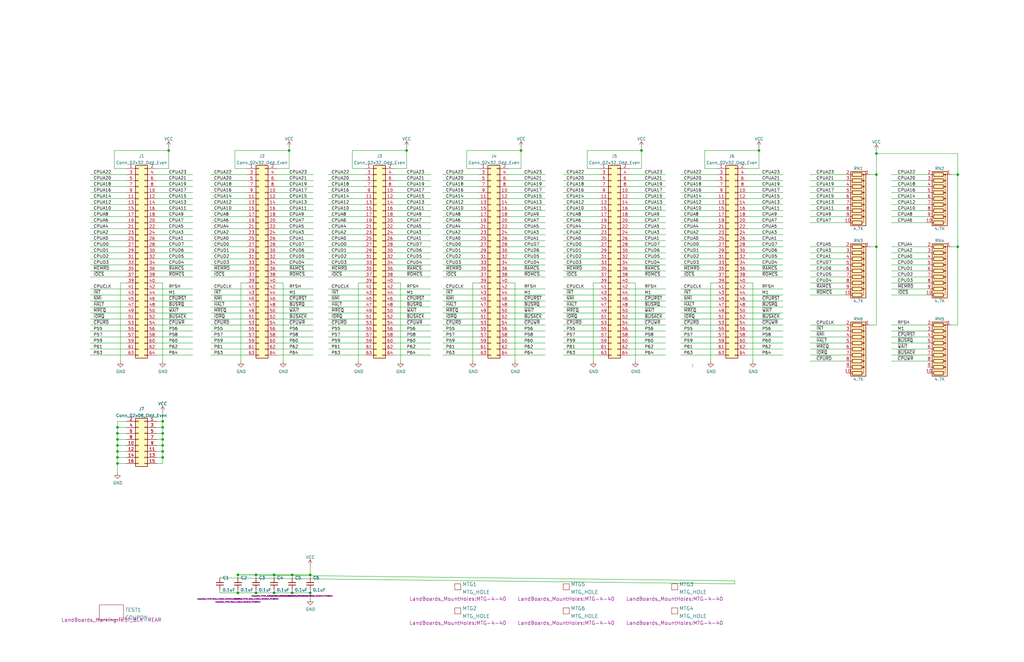
<source format=kicad_sch>
(kicad_sch (version 20211123) (generator eeschema)
  (paper "B")
  (title_block (title "LB-BKPLANE-01") (date "2022-09-16") (rev "1") (company "Land Boards LLC"))
  (junction (at 68.58 177.8))
  (junction (at 100.33 242.57))
  (junction (at 171.45 63.5))
  (junction (at 107.95 250.19))
  (junction (at 49.53 180.34))
  (junction (at 68.58 182.88))
  (junction (at 130.81 242.57))
  (junction (at 219.71 63.5))
  (junction (at 49.53 187.96))
  (junction (at 100.33 250.19))
  (junction (at 115.57 242.57))
  (junction (at 369.57 64.77))
  (junction (at 68.58 180.34))
  (junction (at 369.57 104.14))
  (junction (at 369.57 73.66))
  (junction (at 68.58 190.5))
  (junction (at 68.58 187.96))
  (junction (at 123.19 250.19))
  (junction (at 49.53 193.04))
  (junction (at 49.53 182.88))
  (junction (at 68.58 193.04))
  (junction (at 123.19 242.57))
  (junction (at 49.53 195.58))
  (junction (at 68.58 185.42))
  (junction (at 130.81 250.19))
  (junction (at 49.53 190.5))
  (junction (at 403.86 104.14))
  (junction (at 403.86 73.66))
  (junction (at 107.95 242.57))
  (junction (at 121.92 63.5))
  (junction (at 270.51 63.5))
  (junction (at 49.53 185.42))
  (junction (at 71.12 63.5))
  (junction (at 320.04 63.5))
  (junction (at 115.57 250.19))
  (wire (pts (xy 115.57 242.57) (xy 123.19 242.57)))
  (wire (pts (xy 138.43 129.54) (xy 153.67 129.54)))
  (wire (pts (xy 375.92 149.86) (xy 391.16 149.86)))
  (wire (pts (xy 50.8 119.38) (xy 50.8 152.4)))
  (wire (pts (xy 341.63 137.16) (xy 356.87 137.16)))
  (wire (pts (xy 314.96 111.76) (xy 330.2 111.76)))
  (wire (pts (xy 116.84 132.08) (xy 132.08 132.08)))
  (wire (pts (xy 287.02 114.3) (xy 302.26 114.3)))
  (wire (pts (xy 299.72 119.38) (xy 299.72 152.4)))
  (wire (pts (xy 214.63 71.12) (xy 219.71 71.12)))
  (wire (pts (xy 100.33 250.19) (xy 92.71 250.19)))
  (wire (pts (xy 166.37 111.76) (xy 181.61 111.76)))
  (wire (pts (xy 186.69 137.16) (xy 201.93 137.16)))
  (wire (pts (xy 314.96 101.6) (xy 330.2 101.6)))
  (wire (pts (xy 267.97 119.38) (xy 267.97 152.4)))
  (wire (pts (xy 317.5 119.38) (xy 317.5 152.4)))
  (wire (pts (xy 99.06 71.12) (xy 104.14 71.12)))
  (wire (pts (xy 166.37 86.36) (xy 181.61 86.36)))
  (wire (pts (xy 68.58 190.5) (xy 68.58 193.04)))
  (wire (pts (xy 151.13 119.38) (xy 153.67 119.38)))
  (wire (pts (xy 130.81 242.57) (xy 130.81 238.76)))
  (wire (pts (xy 38.1 127) (xy 53.34 127)))
  (wire (pts (xy 375.92 73.66) (xy 391.16 73.66)))
  (wire (pts (xy 237.49 73.66) (xy 252.73 73.66)))
  (wire (pts (xy 88.9 134.62) (xy 104.14 134.62)))
  (wire (pts (xy 66.04 78.74) (xy 81.28 78.74)))
  (wire (pts (xy 38.1 104.14) (xy 53.34 104.14)))
  (wire (pts (xy 88.9 144.78) (xy 104.14 144.78)))
  (wire (pts (xy 138.43 78.74) (xy 153.67 78.74)))
  (wire (pts (xy 214.63 73.66) (xy 229.87 73.66)))
  (wire (pts (xy 138.43 114.3) (xy 153.67 114.3)))
  (wire (pts (xy 88.9 149.86) (xy 104.14 149.86)))
  (wire (pts (xy 66.04 81.28) (xy 81.28 81.28)))
  (wire (pts (xy 369.57 63.5) (xy 369.57 64.77)))
  (wire (pts (xy 341.63 144.78) (xy 356.87 144.78)))
  (wire (pts (xy 186.69 83.82) (xy 201.93 83.82)))
  (wire (pts (xy 100.33 242.57) (xy 107.95 242.57)))
  (wire (pts (xy 138.43 101.6) (xy 153.67 101.6)))
  (wire (pts (xy 71.12 71.12) (xy 71.12 63.5)))
  (wire (pts (xy 186.69 124.46) (xy 201.93 124.46)))
  (wire (pts (xy 214.63 116.84) (xy 229.87 116.84)))
  (wire (pts (xy 314.96 106.68) (xy 330.2 106.68)))
  (wire (pts (xy 88.9 76.2) (xy 104.14 76.2)))
  (wire (pts (xy 66.04 96.52) (xy 81.28 96.52)))
  (wire (pts (xy 297.18 63.5) (xy 297.18 71.12)))
  (wire (pts (xy 237.49 139.7) (xy 252.73 139.7)))
  (wire (pts (xy 341.63 73.66) (xy 356.87 73.66)))
  (wire (pts (xy 116.84 137.16) (xy 132.08 137.16)))
  (wire (pts (xy 66.04 142.24) (xy 81.28 142.24)))
  (wire (pts (xy 138.43 121.92) (xy 153.67 121.92)))
  (wire (pts (xy 116.84 139.7) (xy 132.08 139.7)))
  (wire (pts (xy 341.63 91.44) (xy 356.87 91.44)))
  (wire (pts (xy 38.1 149.86) (xy 53.34 149.86)))
  (wire (pts (xy 270.51 63.5) (xy 247.65 63.5)))
  (wire (pts (xy 314.96 114.3) (xy 330.2 114.3)))
  (wire (pts (xy 247.65 71.12) (xy 252.73 71.12)))
  (wire (pts (xy 314.96 88.9) (xy 330.2 88.9)))
  (wire (pts (xy 375.92 81.28) (xy 391.16 81.28)))
  (wire (pts (xy 314.96 99.06) (xy 330.2 99.06)))
  (wire (pts (xy 71.12 63.5) (xy 48.26 63.5)))
  (wire (pts (xy 166.37 147.32) (xy 181.61 147.32)))
  (wire (pts (xy 341.63 114.3) (xy 356.87 114.3)))
  (wire (pts (xy 166.37 127) (xy 181.61 127)))
  (wire (pts (xy 68.58 195.58) (xy 66.04 195.58)))
  (wire (pts (xy 287.02 109.22) (xy 302.26 109.22)))
  (wire (pts (xy 314.96 121.92) (xy 330.2 121.92)))
  (wire (pts (xy 99.06 63.5) (xy 99.06 71.12)))
  (wire (pts (xy 68.58 185.42) (xy 68.58 187.96)))
  (wire (pts (xy 237.49 121.92) (xy 252.73 121.92)))
  (wire (pts (xy 214.63 147.32) (xy 229.87 147.32)))
  (wire (pts (xy 138.43 76.2) (xy 153.67 76.2)))
  (wire (pts (xy 168.91 119.38) (xy 168.91 152.4)))
  (wire (pts (xy 341.63 139.7) (xy 356.87 139.7)))
  (wire (pts (xy 186.69 142.24) (xy 201.93 142.24)))
  (wire (pts (xy 107.95 242.57) (xy 115.57 242.57)))
  (wire (pts (xy 116.84 104.14) (xy 132.08 104.14)))
  (wire (pts (xy 68.58 180.34) (xy 68.58 182.88)))
  (wire (pts (xy 166.37 104.14) (xy 181.61 104.14)))
  (wire (pts (xy 341.63 109.22) (xy 356.87 109.22)))
  (wire (pts (xy 375.92 139.7) (xy 391.16 139.7)))
  (wire (pts (xy 186.69 147.32) (xy 201.93 147.32)))
  (wire (pts (xy 66.04 101.6) (xy 81.28 101.6)))
  (wire (pts (xy 314.96 91.44) (xy 330.2 91.44)))
  (wire (pts (xy 401.32 73.66) (xy 403.86 73.66)))
  (wire (pts (xy 66.04 83.82) (xy 81.28 83.82)))
  (wire (pts (xy 196.85 71.12) (xy 201.93 71.12)))
  (wire (pts (xy 49.53 190.5) (xy 53.34 190.5)))
  (wire (pts (xy 375.92 124.46) (xy 391.16 124.46)))
  (wire (pts (xy 341.63 86.36) (xy 356.87 86.36)))
  (wire (pts (xy 237.49 76.2) (xy 252.73 76.2)))
  (wire (pts (xy 50.8 119.38) (xy 53.34 119.38)))
  (wire (pts (xy 66.04 137.16) (xy 81.28 137.16)))
  (wire (pts (xy 265.43 119.38) (xy 267.97 119.38)))
  (wire (pts (xy 38.1 91.44) (xy 53.34 91.44)))
  (wire (pts (xy 186.69 129.54) (xy 201.93 129.54)))
  (wire (pts (xy 66.04 71.12) (xy 71.12 71.12)))
  (wire (pts (xy 341.63 83.82) (xy 356.87 83.82)))
  (wire (pts (xy 265.43 76.2) (xy 280.67 76.2)))
  (wire (pts (xy 375.92 104.14) (xy 391.16 104.14)))
  (wire (pts (xy 186.69 88.9) (xy 201.93 88.9)))
  (wire (pts (xy 287.02 149.86) (xy 302.26 149.86)))
  (wire (pts (xy 116.84 81.28) (xy 132.08 81.28)))
  (wire (pts (xy 116.84 111.76) (xy 132.08 111.76)))
  (wire (pts (xy 166.37 71.12) (xy 171.45 71.12)))
  (wire (pts (xy 151.13 119.38) (xy 151.13 152.4)))
  (wire (pts (xy 250.19 119.38) (xy 250.19 152.4)))
  (wire (pts (xy 186.69 96.52) (xy 201.93 96.52)))
  (wire (pts (xy 115.57 243.84) (xy 115.57 242.57)))
  (wire (pts (xy 237.49 134.62) (xy 252.73 134.62)))
  (wire (pts (xy 186.69 76.2) (xy 201.93 76.2)))
  (wire (pts (xy 107.95 243.84) (xy 107.95 242.57)))
  (wire (pts (xy 166.37 121.92) (xy 181.61 121.92)))
  (wire (pts (xy 314.96 71.12) (xy 320.04 71.12)))
  (wire (pts (xy 237.49 96.52) (xy 252.73 96.52)))
  (wire (pts (xy 287.02 83.82) (xy 302.26 83.82)))
  (wire (pts (xy 219.71 63.5) (xy 196.85 63.5)))
  (wire (pts (xy 88.9 139.7) (xy 104.14 139.7)))
  (wire (pts (xy 375.92 144.78) (xy 391.16 144.78)))
  (wire (pts (xy 237.49 116.84) (xy 252.73 116.84)))
  (wire (pts (xy 214.63 109.22) (xy 229.87 109.22)))
  (wire (pts (xy 309.88 246.38) (xy 92.71 243.84)))
  (wire (pts (xy 265.43 116.84) (xy 280.67 116.84)))
  (wire (pts (xy 237.49 132.08) (xy 252.73 132.08)))
  (wire (pts (xy 38.1 106.68) (xy 53.34 106.68)))
  (wire (pts (xy 265.43 96.52) (xy 280.67 96.52)))
  (wire (pts (xy 38.1 88.9) (xy 53.34 88.9)))
  (wire (pts (xy 375.92 121.92) (xy 391.16 121.92)))
  (wire (pts (xy 375.92 86.36) (xy 391.16 86.36)))
  (wire (pts (xy 123.19 250.19) (xy 115.57 250.19)))
  (wire (pts (xy 119.38 119.38) (xy 119.38 152.4)))
  (wire (pts (xy 287.02 73.66) (xy 302.26 73.66)))
  (wire (pts (xy 49.53 199.39) (xy 49.53 195.58)))
  (wire (pts (xy 292.1 154.94) (xy 292.1 153.67)))
  (wire (pts (xy 237.49 124.46) (xy 252.73 124.46)))
  (wire (pts (xy 401.32 104.14) (xy 403.86 104.14)))
  (wire (pts (xy 287.02 127) (xy 302.26 127)))
  (wire (pts (xy 38.1 142.24) (xy 53.34 142.24)))
  (wire (pts (xy 237.49 78.74) (xy 252.73 78.74)))
  (wire (pts (xy 314.96 104.14) (xy 330.2 104.14)))
  (wire (pts (xy 100.33 250.19) (xy 107.95 250.19)))
  (wire (pts (xy 214.63 134.62) (xy 229.87 134.62)))
  (wire (pts (xy 66.04 129.54) (xy 81.28 129.54)))
  (wire (pts (xy 287.02 86.36) (xy 302.26 86.36)))
  (wire (pts (xy 186.69 139.7) (xy 201.93 139.7)))
  (wire (pts (xy 375.92 114.3) (xy 391.16 114.3)))
  (wire (pts (xy 38.1 101.6) (xy 53.34 101.6)))
  (wire (pts (xy 214.63 132.08) (xy 229.87 132.08)))
  (wire (pts (xy 38.1 81.28) (xy 53.34 81.28)))
  (wire (pts (xy 214.63 142.24) (xy 229.87 142.24)))
  (wire (pts (xy 116.84 124.46) (xy 132.08 124.46)))
  (wire (pts (xy 270.51 62.23) (xy 270.51 63.5)))
  (wire (pts (xy 265.43 109.22) (xy 280.67 109.22)))
  (wire (pts (xy 38.1 116.84) (xy 53.34 116.84)))
  (wire (pts (xy 88.9 81.28) (xy 104.14 81.28)))
  (wire (pts (xy 101.6 119.38) (xy 101.6 152.4)))
  (wire (pts (xy 375.92 93.98) (xy 391.16 93.98)))
  (wire (pts (xy 265.43 144.78) (xy 280.67 144.78)))
  (wire (pts (xy 314.96 83.82) (xy 330.2 83.82)))
  (wire (pts (xy 49.53 195.58) (xy 49.53 193.04)))
  (wire (pts (xy 166.37 142.24) (xy 181.61 142.24)))
  (wire (pts (xy 314.96 86.36) (xy 330.2 86.36)))
  (wire (pts (xy 309.88 245.11) (xy 100.33 242.57)))
  (wire (pts (xy 88.9 86.36) (xy 104.14 86.36)))
  (wire (pts (xy 214.63 111.76) (xy 229.87 111.76)))
  (wire (pts (xy 66.04 182.88) (xy 68.58 182.88)))
  (wire (pts (xy 299.72 119.38) (xy 302.26 119.38)))
  (wire (pts (xy 247.65 63.5) (xy 247.65 71.12)))
  (wire (pts (xy 287.02 104.14) (xy 302.26 104.14)))
  (wire (pts (xy 66.04 132.08) (xy 81.28 132.08)))
  (wire (pts (xy 66.04 88.9) (xy 81.28 88.9)))
  (wire (pts (xy 116.84 99.06) (xy 132.08 99.06)))
  (wire (pts (xy 49.53 180.34) (xy 49.53 177.8)))
  (wire (pts (xy 68.58 177.8) (xy 68.58 180.34)))
  (wire (pts (xy 138.43 88.9) (xy 153.67 88.9)))
  (wire (pts (xy 214.63 81.28) (xy 229.87 81.28)))
  (wire (pts (xy 186.69 81.28) (xy 201.93 81.28)))
  (wire (pts (xy 287.02 81.28) (xy 302.26 81.28)))
  (wire (pts (xy 314.96 134.62) (xy 330.2 134.62)))
  (wire (pts (xy 166.37 129.54) (xy 181.61 129.54)))
  (wire (pts (xy 116.84 114.3) (xy 132.08 114.3)))
  (wire (pts (xy 48.26 71.12) (xy 53.34 71.12)))
  (wire (pts (xy 375.92 116.84) (xy 391.16 116.84)))
  (wire (pts (xy 166.37 116.84) (xy 181.61 116.84)))
  (wire (pts (xy 265.43 81.28) (xy 280.67 81.28)))
  (wire (pts (xy 66.04 106.68) (xy 81.28 106.68)))
  (wire (pts (xy 287.02 78.74) (xy 302.26 78.74)))
  (wire (pts (xy 38.1 114.3) (xy 53.34 114.3)))
  (wire (pts (xy 265.43 91.44) (xy 280.67 91.44)))
  (wire (pts (xy 49.53 185.42) (xy 49.53 182.88)))
  (wire (pts (xy 66.04 104.14) (xy 81.28 104.14)))
  (wire (pts (xy 314.96 142.24) (xy 330.2 142.24)))
  (wire (pts (xy 116.84 93.98) (xy 132.08 93.98)))
  (wire (pts (xy 88.9 116.84) (xy 104.14 116.84)))
  (wire (pts (xy 265.43 86.36) (xy 280.67 86.36)))
  (wire (pts (xy 375.92 91.44) (xy 391.16 91.44)))
  (wire (pts (xy 314.96 93.98) (xy 330.2 93.98)))
  (wire (pts (xy 166.37 91.44) (xy 181.61 91.44)))
  (wire (pts (xy 237.49 86.36) (xy 252.73 86.36)))
  (wire (pts (xy 38.1 93.98) (xy 53.34 93.98)))
  (wire (pts (xy 123.19 243.84) (xy 123.19 242.57)))
  (wire (pts (xy 88.9 111.76) (xy 104.14 111.76)))
  (wire (pts (xy 314.96 144.78) (xy 330.2 144.78)))
  (wire (pts (xy 186.69 109.22) (xy 201.93 109.22)))
  (wire (pts (xy 341.63 121.92) (xy 356.87 121.92)))
  (wire (pts (xy 166.37 119.38) (xy 168.91 119.38)))
  (wire (pts (xy 265.43 129.54) (xy 280.67 129.54)))
  (wire (pts (xy 265.43 132.08) (xy 280.67 132.08)))
  (wire (pts (xy 88.9 127) (xy 104.14 127)))
  (wire (pts (xy 166.37 76.2) (xy 181.61 76.2)))
  (wire (pts (xy 166.37 78.74) (xy 181.61 78.74)))
  (wire (pts (xy 166.37 81.28) (xy 181.61 81.28)))
  (wire (pts (xy 166.37 109.22) (xy 181.61 109.22)))
  (wire (pts (xy 49.53 187.96) (xy 49.53 185.42)))
  (wire (pts (xy 115.57 250.19) (xy 107.95 250.19)))
  (wire (pts (xy 138.43 73.66) (xy 153.67 73.66)))
  (wire (pts (xy 186.69 93.98) (xy 201.93 93.98)))
  (wire (pts (xy 237.49 83.82) (xy 252.73 83.82)))
  (wire (pts (xy 38.1 139.7) (xy 53.34 139.7)))
  (wire (pts (xy 265.43 124.46) (xy 280.67 124.46)))
  (wire (pts (xy 341.63 124.46) (xy 356.87 124.46)))
  (wire (pts (xy 341.63 88.9) (xy 356.87 88.9)))
  (wire (pts (xy 314.96 124.46) (xy 330.2 124.46)))
  (wire (pts (xy 214.63 124.46) (xy 229.87 124.46)))
  (wire (pts (xy 166.37 114.3) (xy 181.61 114.3)))
  (wire (pts (xy 68.58 187.96) (xy 68.58 190.5)))
  (wire (pts (xy 186.69 127) (xy 201.93 127)))
  (wire (pts (xy 49.53 177.8) (xy 53.34 177.8)))
  (wire (pts (xy 214.63 104.14) (xy 229.87 104.14)))
  (wire (pts (xy 186.69 104.14) (xy 201.93 104.14)))
  (wire (pts (xy 314.96 132.08) (xy 330.2 132.08)))
  (wire (pts (xy 68.58 182.88) (xy 68.58 185.42)))
  (wire (pts (xy 287.02 139.7) (xy 302.26 139.7)))
  (wire (pts (xy 116.84 76.2) (xy 132.08 76.2)))
  (wire (pts (xy 171.45 63.5) (xy 148.59 63.5)))
  (wire (pts (xy 219.71 71.12) (xy 219.71 63.5)))
  (wire (pts (xy 138.43 147.32) (xy 153.67 147.32)))
  (wire (pts (xy 116.84 91.44) (xy 132.08 91.44)))
  (wire (pts (xy 214.63 114.3) (xy 229.87 114.3)))
  (wire (pts (xy 88.9 99.06) (xy 104.14 99.06)))
  (wire (pts (xy 287.02 106.68) (xy 302.26 106.68)))
  (wire (pts (xy 314.96 96.52) (xy 330.2 96.52)))
  (wire (pts (xy 297.18 71.12) (xy 302.26 71.12)))
  (wire (pts (xy 138.43 139.7) (xy 153.67 139.7)))
  (wire (pts (xy 49.53 185.42) (xy 53.34 185.42)))
  (wire (pts (xy 138.43 83.82) (xy 153.67 83.82)))
  (wire (pts (xy 38.1 147.32) (xy 53.34 147.32)))
  (wire (pts (xy 341.63 106.68) (xy 356.87 106.68)))
  (wire (pts (xy 214.63 88.9) (xy 229.87 88.9)))
  (wire (pts (xy 49.53 182.88) (xy 49.53 180.34)))
  (wire (pts (xy 116.84 147.32) (xy 132.08 147.32)))
  (wire (pts (xy 237.49 142.24) (xy 252.73 142.24)))
  (wire (pts (xy 66.04 139.7) (xy 81.28 139.7)))
  (wire (pts (xy 237.49 99.06) (xy 252.73 99.06)))
  (wire (pts (xy 66.04 116.84) (xy 81.28 116.84)))
  (wire (pts (xy 116.84 71.12) (xy 121.92 71.12)))
  (wire (pts (xy 49.53 193.04) (xy 49.53 190.5)))
  (wire (pts (xy 214.63 144.78) (xy 229.87 144.78)))
  (wire (pts (xy 265.43 147.32) (xy 280.67 147.32)))
  (wire (pts (xy 287.02 147.32) (xy 302.26 147.32)))
  (wire (pts (xy 66.04 73.66) (xy 81.28 73.66)))
  (wire (pts (xy 199.39 119.38) (xy 201.93 119.38)))
  (wire (pts (xy 403.86 104.14) (xy 403.86 137.16)))
  (wire (pts (xy 314.96 78.74) (xy 330.2 78.74)))
  (wire (pts (xy 66.04 93.98) (xy 81.28 93.98)))
  (wire (pts (xy 68.58 119.38) (xy 68.58 152.4)))
  (wire (pts (xy 138.43 137.16) (xy 153.67 137.16)))
  (wire (pts (xy 403.86 137.16) (xy 401.32 137.16)))
  (wire (pts (xy 375.92 106.68) (xy 391.16 106.68)))
  (wire (pts (xy 320.04 63.5) (xy 297.18 63.5)))
  (wire (pts (xy 123.19 242.57) (xy 130.81 242.57)))
  (wire (pts (xy 314.96 73.66) (xy 330.2 73.66)))
  (wire (pts (xy 166.37 101.6) (xy 181.61 101.6)))
  (wire (pts (xy 121.92 62.23) (xy 121.92 63.5)))
  (wire (pts (xy 148.59 71.12) (xy 153.67 71.12)))
  (wire (pts (xy 265.43 104.14) (xy 280.67 104.14)))
  (wire (pts (xy 287.02 144.78) (xy 302.26 144.78)))
  (wire (pts (xy 88.9 147.32) (xy 104.14 147.32)))
  (wire (pts (xy 265.43 127) (xy 280.67 127)))
  (wire (pts (xy 214.63 91.44) (xy 229.87 91.44)))
  (wire (pts (xy 375.92 119.38) (xy 391.16 119.38)))
  (wire (pts (xy 88.9 137.16) (xy 104.14 137.16)))
  (wire (pts (xy 88.9 114.3) (xy 104.14 114.3)))
  (wire (pts (xy 369.57 104.14) (xy 369.57 73.66)))
  (wire (pts (xy 49.53 180.34) (xy 53.34 180.34)))
  (wire (pts (xy 287.02 88.9) (xy 302.26 88.9)))
  (wire (pts (xy 138.43 111.76) (xy 153.67 111.76)))
  (wire (pts (xy 38.1 76.2) (xy 53.34 76.2)))
  (wire (pts (xy 130.81 242.57) (xy 130.81 243.84)))
  (wire (pts (xy 115.57 248.92) (xy 115.57 250.19)))
  (wire (pts (xy 375.92 76.2) (xy 391.16 76.2)))
  (wire (pts (xy 320.04 62.23) (xy 320.04 63.5)))
  (wire (pts (xy 214.63 127) (xy 229.87 127)))
  (wire (pts (xy 88.9 106.68) (xy 104.14 106.68)))
  (wire (pts (xy 341.63 93.98) (xy 356.87 93.98)))
  (wire (pts (xy 237.49 81.28) (xy 252.73 81.28)))
  (wire (pts (xy 341.63 81.28) (xy 356.87 81.28)))
  (wire (pts (xy 116.84 109.22) (xy 132.08 109.22)))
  (wire (pts (xy 38.1 99.06) (xy 53.34 99.06)))
  (wire (pts (xy 265.43 88.9) (xy 280.67 88.9)))
  (wire (pts (xy 138.43 149.86) (xy 153.67 149.86)))
  (wire (pts (xy 186.69 73.66) (xy 201.93 73.66)))
  (wire (pts (xy 309.88 246.38) (xy 309.88 245.11)))
  (wire (pts (xy 66.04 149.86) (xy 81.28 149.86)))
  (wire (pts (xy 38.1 109.22) (xy 53.34 109.22)))
  (wire (pts (xy 214.63 83.82) (xy 229.87 83.82)))
  (wire (pts (xy 138.43 104.14) (xy 153.67 104.14)))
  (wire (pts (xy 186.69 121.92) (xy 201.93 121.92)))
  (wire (pts (xy 66.04 119.38) (xy 68.58 119.38)))
  (wire (pts (xy 121.92 63.5) (xy 99.06 63.5)))
  (wire (pts (xy 130.81 250.19) (xy 130.81 252.73)))
  (wire (pts (xy 314.96 149.86) (xy 330.2 149.86)))
  (wire (pts (xy 375.92 88.9) (xy 391.16 88.9)))
  (wire (pts (xy 116.84 149.86) (xy 132.08 149.86)))
  (wire (pts (xy 166.37 88.9) (xy 181.61 88.9)))
  (wire (pts (xy 38.1 134.62) (xy 53.34 134.62)))
  (wire (pts (xy 341.63 149.86) (xy 356.87 149.86)))
  (wire (pts (xy 49.53 187.96) (xy 53.34 187.96)))
  (wire (pts (xy 88.9 104.14) (xy 104.14 104.14)))
  (wire (pts (xy 166.37 139.7) (xy 181.61 139.7)))
  (wire (pts (xy 375.92 142.24) (xy 391.16 142.24)))
  (wire (pts (xy 138.43 86.36) (xy 153.67 86.36)))
  (wire (pts (xy 88.9 91.44) (xy 104.14 91.44)))
  (wire (pts (xy 38.1 111.76) (xy 53.34 111.76)))
  (wire (pts (xy 107.95 250.19) (xy 107.95 248.92)))
  (wire (pts (xy 68.58 173.99) (xy 68.58 177.8)))
  (wire (pts (xy 49.53 193.04) (xy 53.34 193.04)))
  (wire (pts (xy 214.63 86.36) (xy 229.87 86.36)))
  (wire (pts (xy 66.04 86.36) (xy 81.28 86.36)))
  (wire (pts (xy 214.63 106.68) (xy 229.87 106.68)))
  (wire (pts (xy 237.49 114.3) (xy 252.73 114.3)))
  (wire (pts (xy 265.43 101.6) (xy 280.67 101.6)))
  (wire (pts (xy 138.43 142.24) (xy 153.67 142.24)))
  (wire (pts (xy 166.37 137.16) (xy 181.61 137.16)))
  (wire (pts (xy 38.1 144.78) (xy 53.34 144.78)))
  (wire (pts (xy 138.43 91.44) (xy 153.67 91.44)))
  (wire (pts (xy 287.02 121.92) (xy 302.26 121.92)))
  (wire (pts (xy 237.49 137.16) (xy 252.73 137.16)))
  (wire (pts (xy 100.33 243.84) (xy 100.33 242.57)))
  (wire (pts (xy 123.19 250.19) (xy 130.81 250.19)))
  (wire (pts (xy 287.02 96.52) (xy 302.26 96.52)))
  (wire (pts (xy 116.84 73.66) (xy 132.08 73.66)))
  (wire (pts (xy 66.04 144.78) (xy 81.28 144.78)))
  (wire (pts (xy 116.84 142.24) (xy 132.08 142.24)))
  (wire (pts (xy 375.92 83.82) (xy 391.16 83.82)))
  (wire (pts (xy 66.04 147.32) (xy 81.28 147.32)))
  (wire (pts (xy 101.6 119.38) (xy 104.14 119.38)))
  (wire (pts (xy 265.43 83.82) (xy 280.67 83.82)))
  (wire (pts (xy 341.63 119.38) (xy 356.87 119.38)))
  (wire (pts (xy 186.69 106.68) (xy 201.93 106.68)))
  (wire (pts (xy 199.39 119.38) (xy 199.39 152.4)))
  (wire (pts (xy 375.92 111.76) (xy 391.16 111.76)))
  (wire (pts (xy 217.17 119.38) (xy 217.17 152.4)))
  (wire (pts (xy 287.02 124.46) (xy 302.26 124.46)))
  (wire (pts (xy 375.92 109.22) (xy 391.16 109.22)))
  (wire (pts (xy 66.04 180.34) (xy 68.58 180.34)))
  (wire (pts (xy 88.9 73.66) (xy 104.14 73.66)))
  (wire (pts (xy 38.1 124.46) (xy 53.34 124.46)))
  (wire (pts (xy 314.96 147.32) (xy 330.2 147.32)))
  (wire (pts (xy 287.02 137.16) (xy 302.26 137.16)))
  (wire (pts (xy 265.43 139.7) (xy 280.67 139.7)))
  (wire (pts (xy 66.04 190.5) (xy 68.58 190.5)))
  (wire (pts (xy 66.04 91.44) (xy 81.28 91.44)))
  (wire (pts (xy 66.04 114.3) (xy 81.28 114.3)))
  (wire (pts (xy 265.43 106.68) (xy 280.67 106.68)))
  (wire (pts (xy 186.69 111.76) (xy 201.93 111.76)))
  (wire (pts (xy 88.9 83.82) (xy 104.14 83.82)))
  (wire (pts (xy 314.96 76.2) (xy 330.2 76.2)))
  (wire (pts (xy 237.49 147.32) (xy 252.73 147.32)))
  (wire (pts (xy 341.63 142.24) (xy 356.87 142.24)))
  (wire (pts (xy 148.59 63.5) (xy 148.59 71.12)))
  (wire (pts (xy 237.49 111.76) (xy 252.73 111.76)))
  (wire (pts (xy 369.57 137.16) (xy 369.57 104.14)))
  (wire (pts (xy 237.49 129.54) (xy 252.73 129.54)))
  (wire (pts (xy 38.1 73.66) (xy 53.34 73.66)))
  (wire (pts (xy 66.04 177.8) (xy 68.58 177.8)))
  (wire (pts (xy 265.43 149.86) (xy 280.67 149.86)))
  (wire (pts (xy 166.37 106.68) (xy 181.61 106.68)))
  (wire (pts (xy 38.1 121.92) (xy 53.34 121.92)))
  (wire (pts (xy 38.1 78.74) (xy 53.34 78.74)))
  (wire (pts (xy 287.02 91.44) (xy 302.26 91.44)))
  (wire (pts (xy 48.26 63.5) (xy 48.26 71.12)))
  (wire (pts (xy 138.43 96.52) (xy 153.67 96.52)))
  (wire (pts (xy 123.19 248.92) (xy 123.19 250.19)))
  (wire (pts (xy 287.02 93.98) (xy 302.26 93.98)))
  (wire (pts (xy 403.86 73.66) (xy 403.86 104.14)))
  (wire (pts (xy 341.63 147.32) (xy 356.87 147.32)))
  (wire (pts (xy 214.63 149.86) (xy 229.87 149.86)))
  (wire (pts (xy 320.04 71.12) (xy 320.04 63.5)))
  (wire (pts (xy 314.96 137.16) (xy 330.2 137.16)))
  (wire (pts (xy 367.03 137.16) (xy 369.57 137.16)))
  (wire (pts (xy 265.43 137.16) (xy 280.67 137.16)))
  (wire (pts (xy 237.49 106.68) (xy 252.73 106.68)))
  (wire (pts (xy 138.43 116.84) (xy 153.67 116.84)))
  (wire (pts (xy 186.69 149.86) (xy 201.93 149.86)))
  (wire (pts (xy 66.04 127) (xy 81.28 127)))
  (wire (pts (xy 88.9 121.92) (xy 104.14 121.92)))
  (wire (pts (xy 270.51 71.12) (xy 270.51 63.5)))
  (wire (pts (xy 214.63 99.06) (xy 229.87 99.06)))
  (wire (pts (xy 66.04 109.22) (xy 81.28 109.22)))
  (wire (pts (xy 138.43 99.06) (xy 153.67 99.06)))
  (wire (pts (xy 49.53 195.58) (xy 53.34 195.58)))
  (wire (pts (xy 265.43 99.06) (xy 280.67 99.06)))
  (wire (pts (xy 214.63 101.6) (xy 229.87 101.6)))
  (wire (pts (xy 116.84 78.74) (xy 132.08 78.74)))
  (wire (pts (xy 265.43 73.66) (xy 280.67 73.66)))
  (wire (pts (xy 88.9 129.54) (xy 104.14 129.54)))
  (wire (pts (xy 314.96 129.54) (xy 330.2 129.54)))
  (wire (pts (xy 66.04 193.04) (xy 68.58 193.04)))
  (wire (pts (xy 237.49 144.78) (xy 252.73 144.78)))
  (wire (pts (xy 186.69 144.78) (xy 201.93 144.78)))
  (wire (pts (xy 186.69 114.3) (xy 201.93 114.3)))
  (wire (pts (xy 375.92 147.32) (xy 391.16 147.32)))
  (wire (pts (xy 250.19 119.38) (xy 252.73 119.38)))
  (wire (pts (xy 186.69 86.36) (xy 201.93 86.36)))
  (wire (pts (xy 265.43 121.92) (xy 280.67 121.92)))
  (wire (pts (xy 367.03 73.66) (xy 369.57 73.66)))
  (wire (pts (xy 237.49 109.22) (xy 252.73 109.22)))
  (wire (pts (xy 375.92 152.4) (xy 391.16 152.4)))
  (wire (pts (xy 166.37 73.66) (xy 181.61 73.66)))
  (wire (pts (xy 287.02 129.54) (xy 302.26 129.54)))
  (wire (pts (xy 88.9 101.6) (xy 104.14 101.6)))
  (wire (pts (xy 287.02 76.2) (xy 302.26 76.2)))
  (wire (pts (xy 186.69 91.44) (xy 201.93 91.44)))
  (wire (pts (xy 116.84 106.68) (xy 132.08 106.68)))
  (wire (pts (xy 166.37 149.86) (xy 181.61 149.86)))
  (wire (pts (xy 214.63 139.7) (xy 229.87 139.7)))
  (wire (pts (xy 214.63 121.92) (xy 229.87 121.92)))
  (wire (pts (xy 314.96 109.22) (xy 330.2 109.22)))
  (wire (pts (xy 237.49 88.9) (xy 252.73 88.9)))
  (wire (pts (xy 265.43 71.12) (xy 270.51 71.12)))
  (wire (pts (xy 88.9 109.22) (xy 104.14 109.22)))
  (wire (pts (xy 171.45 62.23) (xy 171.45 63.5)))
  (wire (pts (xy 341.63 152.4) (xy 356.87 152.4)))
  (wire (pts (xy 138.43 127) (xy 153.67 127)))
  (wire (pts (xy 138.43 132.08) (xy 153.67 132.08)))
  (wire (pts (xy 287.02 116.84) (xy 302.26 116.84)))
  (wire (pts (xy 341.63 111.76) (xy 356.87 111.76)))
  (wire (pts (xy 66.04 124.46) (xy 81.28 124.46)))
  (wire (pts (xy 287.02 99.06) (xy 302.26 99.06)))
  (wire (pts (xy 214.63 76.2) (xy 229.87 76.2)))
  (wire (pts (xy 66.04 134.62) (xy 81.28 134.62)))
  (wire (pts (xy 38.1 132.08) (xy 53.34 132.08)))
  (wire (pts (xy 214.63 137.16) (xy 229.87 137.16)))
  (wire (pts (xy 66.04 121.92) (xy 81.28 121.92)))
  (wire (pts (xy 369.57 64.77) (xy 403.86 64.77)))
  (wire (pts (xy 186.69 78.74) (xy 201.93 78.74)))
  (wire (pts (xy 237.49 127) (xy 252.73 127)))
  (wire (pts (xy 367.03 104.14) (xy 369.57 104.14)))
  (wire (pts (xy 116.84 121.92) (xy 132.08 121.92)))
  (wire (pts (xy 237.49 93.98) (xy 252.73 93.98)))
  (wire (pts (xy 88.9 142.24) (xy 104.14 142.24)))
  (wire (pts (xy 341.63 104.14) (xy 356.87 104.14)))
  (wire (pts (xy 138.43 109.22) (xy 153.67 109.22)))
  (wire (pts (xy 186.69 134.62) (xy 201.93 134.62)))
  (wire (pts (xy 375.92 137.16) (xy 391.16 137.16)))
  (wire (pts (xy 38.1 86.36) (xy 53.34 86.36)))
  (wire (pts (xy 314.96 81.28) (xy 330.2 81.28)))
  (wire (pts (xy 166.37 83.82) (xy 181.61 83.82)))
  (wire (pts (xy 116.84 116.84) (xy 132.08 116.84)))
  (wire (pts (xy 196.85 63.5) (xy 196.85 71.12)))
  (wire (pts (xy 116.84 86.36) (xy 132.08 86.36)))
  (wire (pts (xy 171.45 71.12) (xy 171.45 63.5)))
  (wire (pts (xy 314.96 139.7) (xy 330.2 139.7)))
  (wire (pts (xy 66.04 99.06) (xy 81.28 99.06)))
  (wire (pts (xy 88.9 124.46) (xy 104.14 124.46)))
  (wire (pts (xy 186.69 101.6) (xy 201.93 101.6)))
  (wire (pts (xy 214.63 119.38) (xy 217.17 119.38)))
  (wire (pts (xy 68.58 193.04) (xy 68.58 195.58)))
  (wire (pts (xy 186.69 116.84) (xy 201.93 116.84)))
  (wire (pts (xy 88.9 88.9) (xy 104.14 88.9)))
  (wire (pts (xy 287.02 134.62) (xy 302.26 134.62)))
  (wire (pts (xy 166.37 132.08) (xy 181.61 132.08)))
  (wire (pts (xy 116.84 101.6) (xy 132.08 101.6)))
  (wire (pts (xy 166.37 134.62) (xy 181.61 134.62)))
  (wire (pts (xy 116.84 96.52) (xy 132.08 96.52)))
  (wire (pts (xy 138.43 124.46) (xy 153.67 124.46)))
  (wire (pts (xy 214.63 96.52) (xy 229.87 96.52)))
  (wire (pts (xy 88.9 93.98) (xy 104.14 93.98)))
  (wire (pts (xy 88.9 96.52) (xy 104.14 96.52)))
  (wire (pts (xy 265.43 78.74) (xy 280.67 78.74)))
  (wire (pts (xy 138.43 134.62) (xy 153.67 134.62)))
  (wire (pts (xy 237.49 149.86) (xy 252.73 149.86)))
  (wire (pts (xy 116.84 119.38) (xy 119.38 119.38)))
  (wire (pts (xy 219.71 62.23) (xy 219.71 63.5)))
  (wire (pts (xy 138.43 93.98) (xy 153.67 93.98)))
  (wire (pts (xy 38.1 137.16) (xy 53.34 137.16)))
  (wire (pts (xy 314.96 119.38) (xy 317.5 119.38)))
  (wire (pts (xy 166.37 144.78) (xy 181.61 144.78)))
  (wire (pts (xy 116.84 83.82) (xy 132.08 83.82)))
  (wire (pts (xy 265.43 114.3) (xy 280.67 114.3)))
  (wire (pts (xy 116.84 127) (xy 132.08 127)))
  (wire (pts (xy 66.04 76.2) (xy 81.28 76.2)))
  (wire (pts (xy 341.63 76.2) (xy 356.87 76.2)))
  (wire (pts (xy 66.04 187.96) (xy 68.58 187.96)))
  (wire (pts (xy 38.1 129.54) (xy 53.34 129.54)))
  (wire (pts (xy 314.96 127) (xy 330.2 127)))
  (wire (pts (xy 92.71 250.19) (xy 92.71 248.92)))
  (wire (pts (xy 49.53 182.88) (xy 53.34 182.88)))
  (wire (pts (xy 71.12 62.23) (xy 71.12 63.5)))
  (wire (pts (xy 186.69 132.08) (xy 201.93 132.08)))
  (wire (pts (xy 38.1 96.52) (xy 53.34 96.52)))
  (wire (pts (xy 138.43 81.28) (xy 153.67 81.28)))
  (wire (pts (xy 130.81 248.92) (xy 130.81 250.19)))
  (wire (pts (xy 138.43 106.68) (xy 153.67 106.68)))
  (wire (pts (xy 237.49 101.6) (xy 252.73 101.6)))
  (wire (pts (xy 121.92 71.12) (xy 121.92 63.5)))
  (wire (pts (xy 265.43 93.98) (xy 280.67 93.98)))
  (wire (pts (xy 287.02 111.76) (xy 302.26 111.76)))
  (wire (pts (xy 116.84 88.9) (xy 132.08 88.9)))
  (wire (pts (xy 166.37 124.46) (xy 181.61 124.46)))
  (wire (pts (xy 287.02 101.6) (xy 302.26 101.6)))
  (wire (pts (xy 214.63 93.98) (xy 229.87 93.98)))
  (wire (pts (xy 265.43 134.62) (xy 280.67 134.62)))
  (wire (pts (xy 237.49 104.14) (xy 252.73 104.14)))
  (wire (pts (xy 341.63 78.74) (xy 356.87 78.74)))
  (wire (pts (xy 214.63 78.74) (xy 229.87 78.74)))
  (wire (pts (xy 375.92 78.74) (xy 391.16 78.74)))
  (wire (pts (xy 38.1 83.82) (xy 53.34 83.82)))
  (wire (pts (xy 49.53 190.5) (xy 49.53 187.96)))
  (wire (pts (xy 166.37 96.52) (xy 181.61 96.52)))
  (wire (pts (xy 116.84 129.54) (xy 132.08 129.54)))
  (wire (pts (xy 287.02 132.08) (xy 302.26 132.08)))
  (wire (pts (xy 138.43 144.78) (xy 153.67 144.78)))
  (wire (pts (xy 265.43 111.76) (xy 280.67 111.76)))
  (wire (pts (xy 116.84 144.78) (xy 132.08 144.78)))
  (wire (pts (xy 66.04 185.42) (xy 68.58 185.42)))
  (wire (pts (xy 100.33 248.92) (xy 100.33 250.19)))
  (wire (pts (xy 403.86 64.77) (xy 403.86 73.66)))
  (wire (pts (xy 341.63 116.84) (xy 356.87 116.84)))
  (wire (pts (xy 237.49 91.44) (xy 252.73 91.44)))
  (wire (pts (xy 166.37 93.98) (xy 181.61 93.98)))
  (wire (pts (xy 369.57 73.66) (xy 369.57 64.77)))
  (wire (pts (xy 166.37 99.06) (xy 181.61 99.06)))
  (wire (pts (xy 116.84 134.62) (xy 132.08 134.62)))
  (wire (pts (xy 88.9 132.08) (xy 104.14 132.08)))
  (wire (pts (xy 66.04 111.76) (xy 81.28 111.76)))
  (wire (pts (xy 88.9 78.74) (xy 104.14 78.74)))
  (wire (pts (xy 314.96 116.84) (xy 330.2 116.84)))
  (wire (pts (xy 287.02 142.24) (xy 302.26 142.24)))
  (wire (pts (xy 214.63 129.54) (xy 229.87 129.54)))
  (wire (pts (xy 265.43 142.24) (xy 280.67 142.24)))
  (wire (pts (xy 186.69 99.06) (xy 201.93 99.06)))
  (label "~{MREQ}" (at 238.76 132.08 0))
  (label "CPUD1" (at 187.96 106.68 0))
  (label "CPUA9" (at 171.45 91.44 0))
  (label "CPUD3" (at 288.29 111.76 0))
  (label "CPUD2" (at 238.76 109.22 0))
  (label "CPUD3" (at 378.46 119.38 0))
  (label "CPUA22" (at 288.29 73.66 0))
  (label "~{CPURST}" (at 121.92 127 0))
  (label "CPUA7" (at 344.17 93.98 0))
  (label "~{BUSRQ}" (at 271.78 129.54 0))
  (label "CPUA2" (at 90.17 99.06 0))
  (label "CPUD2" (at 139.7 109.22 0))
  (label "CPUD0" (at 288.29 104.14 0))
  (label "CPUD7" (at 71.12 104.14 0))
  (label "CPUA5" (at 121.92 96.52 0))
  (label "~{ROMCS}" (at 344.17 124.46 0))
  (label "~{IORQ}" (at 90.17 134.62 0))
  (label "CPUD5" (at 220.98 109.22 0))
  (label "CPUD1" (at 378.46 114.3 0))
  (label "CPUA2" (at 187.96 99.06 0))
  (label "~{BUSACK}" (at 71.12 134.62 0))
  (label "~{CPURST}" (at 71.12 127 0))
  (label "~{NMI}" (at 39.37 127 0))
  (label "P60" (at 121.92 144.78 0))
  (label "~{WAIT}" (at 271.78 132.08 0))
  (label "CPUA12" (at 187.96 86.36 0))
  (label "~{NMI}" (at 187.96 127 0))
  (label "CPUD7" (at 344.17 111.76 0))
  (label "CPUA6" (at 90.17 93.98 0))
  (label "~{NMI}" (at 139.7 127 0))
  (label "RFSH" (at 271.78 121.92 0))
  (label "CPUA20" (at 139.7 76.2 0))
  (label "CPUA1" (at 271.78 101.6 0))
  (label "P55" (at 139.7 139.7 0))
  (label "CPUA1" (at 71.12 101.6 0))
  (label "~{NMI}" (at 288.29 127 0))
  (label "CPUD7" (at 121.92 104.14 0))
  (label "~{BUSRQ}" (at 171.45 129.54 0))
  (label "P58" (at 71.12 142.24 0))
  (label "CPUD0" (at 90.17 104.14 0))
  (label "CPUA6" (at 39.37 93.98 0))
  (label "~{MEMRD}" (at 187.96 114.3 0))
  (label "CPUA5" (at 71.12 96.52 0))
  (label "~{HALT}" (at 288.29 129.54 0))
  (label "CPUA1" (at 171.45 101.6 0))
  (label "CPUA0" (at 187.96 101.6 0))
  (label "~{BUSACK}" (at 220.98 134.62 0))
  (label "CPUA8" (at 39.37 91.44 0))
  (label "CPUA15" (at 220.98 83.82 0))
  (label "~{IORQ}" (at 288.29 134.62 0))
  (label "CPUA14" (at 139.7 83.82 0))
  (label "~{BUSACK}" (at 171.45 134.62 0))
  (label "CPUA21" (at 321.31 76.2 0))
  (label "CPUA18" (at 288.29 78.74 0))
  (label "~{INT}" (at 187.96 124.46 0))
  (label "CPUA19" (at 121.92 78.74 0))
  (label "~{MEMRD}" (at 90.17 114.3 0))
  (label "CPUA13" (at 71.12 86.36 0))
  (label "~{ROMCS}" (at 171.45 116.84 0))
  (label "P60" (at 171.45 144.78 0))
  (label "P59" (at 187.96 144.78 0))
  (label "CPUA13" (at 344.17 86.36 0))
  (label "CPUA0" (at 90.17 101.6 0))
  (label "CPUA22" (at 187.96 73.66 0))
  (label "CPUA10" (at 378.46 88.9 0))
  (label "CPUA3" (at 71.12 99.06 0))
  (label "CPUA20" (at 378.46 76.2 0))
  (label "CPUA3" (at 344.17 106.68 0))
  (label "~{CPURST}" (at 378.46 142.24 0))
  (label "CPUD5" (at 121.92 109.22 0))
  (label "CPUA18" (at 90.17 78.74 0))
  (label "P61" (at 139.7 147.32 0))
  (label "P60" (at 220.98 144.78 0))
  (label "CPUA11" (at 220.98 88.9 0))
  (label "CPUA14" (at 90.17 83.82 0))
  (label "~{WAIT}" (at 220.98 132.08 0))
  (label "CPUA2" (at 378.46 106.68 0))
  (label "CPUA0" (at 288.29 101.6 0))
  (label "~{CPURST}" (at 321.31 127 0))
  (label "CPUA1" (at 321.31 101.6 0))
  (label "CPUD3" (at 238.76 111.76 0))
  (label "CPUA3" (at 271.78 99.06 0))
  (label "CPUA10" (at 187.96 88.9 0))
  (label "~{CPURD}" (at 187.96 137.16 0))
  (label "CPUA5" (at 321.31 96.52 0))
  (label "CPUA22" (at 378.46 73.66 0))
  (label "~{RAMCS}" (at 71.12 114.3 0))
  (label "~{INT}" (at 39.37 124.46 0))
  (label "P63" (at 187.96 149.86 0))
  (label "M1" (at 71.12 124.46 0))
  (label "~{CPURST}" (at 271.78 127 0))
  (label "CPUA23" (at 71.12 73.66 0))
  (label "P61" (at 187.96 147.32 0))
  (label "CPUA15" (at 121.92 83.82 0))
  (label "CPUD7" (at 321.31 104.14 0))
  (label "CPUA11" (at 171.45 88.9 0))
  (label "P56" (at 71.12 139.7 0))
  (label "CPUA0" (at 378.46 109.22 0))
  (label "CPUA4" (at 288.29 96.52 0))
  (label "P61" (at 238.76 147.32 0))
  (label "CPUA16" (at 378.46 81.28 0))
  (label "~{ROMCS}" (at 71.12 116.84 0))
  (label "CPUCLK" (at 139.7 121.92 0))
  (label "CPUA16" (at 90.17 81.28 0))
  (label "CPUD4" (at 171.45 111.76 0))
  (label "CPUA11" (at 271.78 88.9 0))
  (label "~{HALT}" (at 238.76 129.54 0))
  (label "CPUA10" (at 288.29 88.9 0))
  (label "CPUA6" (at 288.29 93.98 0))
  (label "CPUCLK" (at 187.96 121.92 0))
  (label "P64" (at 71.12 149.86 0))
  (label "CPUCLK" (at 344.17 137.16 0))
  (label "CPUA15" (at 344.17 83.82 0))
  (label "~{BUSACK}" (at 271.78 134.62 0))
  (label "~{BUSRQ}" (at 378.46 144.78 0))
  (label "CPUA8" (at 90.17 91.44 0))
  (label "P63" (at 39.37 149.86 0))
  (label "CPUA12" (at 139.7 86.36 0))
  (label "CPUA12" (at 238.76 86.36 0))
  (label "CPUD6" (at 71.12 106.68 0))
  (label "P58" (at 321.31 142.24 0))
  (label "CPUA21" (at 171.45 76.2 0))
  (label "P56" (at 171.45 139.7 0))
  (label "CPUCLK" (at 90.17 121.92 0))
  (label "CPUA6" (at 238.76 93.98 0))
  (label "~{MEMRD}" (at 238.76 114.3 0))
  (label "CPUA13" (at 220.98 86.36 0))
  (label "P55" (at 288.29 139.7 0))
  (label "CPUA11" (at 321.31 88.9 0))
  (label "~{ROMCS}" (at 271.78 116.84 0))
  (label "P55" (at 187.96 139.7 0))
  (label "CPUD2" (at 90.17 109.22 0))
  (label "P63" (at 90.17 149.86 0))
  (label "P64" (at 121.92 149.86 0))
  (label "CPUA16" (at 187.96 81.28 0))
  (label "CPUA17" (at 344.17 81.28 0))
  (label "CPUD6" (at 271.78 106.68 0))
  (label "CPUA19" (at 71.12 78.74 0))
  (label "CPUA12" (at 288.29 86.36 0))
  (label "~{CPUWR}" (at 71.12 137.16 0))
  (label "CPUD4" (at 220.98 111.76 0))
  (label "P56" (at 220.98 139.7 0))
  (label "CPUA14" (at 187.96 83.82 0))
  (label "CPUA3" (at 171.45 99.06 0))
  (label "CPUD0" (at 139.7 104.14 0))
  (label "P60" (at 271.78 144.78 0))
  (label "CPUA18" (at 378.46 78.74 0))
  (label "~{CPUWR}" (at 171.45 137.16 0))
  (label "CPUA20" (at 39.37 76.2 0))
  (label "CPUA22" (at 139.7 73.66 0))
  (label "CPUA0" (at 139.7 101.6 0))
  (label "~{IORQ}" (at 187.96 134.62 0))
  (label "P63" (at 238.76 149.86 0))
  (label "CPUA20" (at 187.96 76.2 0))
  (label "P62" (at 71.12 147.32 0))
  (label "CPUA14" (at 39.37 83.82 0))
  (label "CPUA6" (at 139.7 93.98 0))
  (label "CPUA9" (at 71.12 91.44 0))
  (label "~{BUSRQ}" (at 220.98 129.54 0))
  (label "P57" (at 187.96 142.24 0))
  (label "CPUD1" (at 238.76 106.68 0))
  (label "CPUD1" (at 288.29 106.68 0))
  (label "CPUD5" (at 171.45 109.22 0))
  (label "~{MREQ}" (at 288.29 132.08 0))
  (label "P59" (at 288.29 144.78 0))
  (label "CPUA11" (at 344.17 88.9 0))
  (label "~{CPURD}" (at 139.7 137.16 0))
  (label "CPUA8" (at 238.76 91.44 0))
  (label "P59" (at 139.7 144.78 0))
  (label "CPUA23" (at 121.92 73.66 0))
  (label "P58" (at 121.92 142.24 0))
  (label "~{INT}" (at 139.7 124.46 0))
  (label "CPUA7" (at 71.12 93.98 0))
  (label "P62" (at 171.45 147.32 0))
  (label "~{MREQ}" (at 187.96 132.08 0))
  (label "CPUD4" (at 271.78 111.76 0))
  (label "CPUD2" (at 378.46 116.84 0))
  (label "~{CPURD}" (at 288.29 137.16 0))
  (label "P58" (at 220.98 142.24 0))
  (label "P60" (at 71.12 144.78 0))
  (label "CPUA4" (at 139.7 96.52 0))
  (label "CPUA9" (at 321.31 91.44 0))
  (label "~{IORQ}" (at 344.17 149.86 0))
  (label "CPUA16" (at 139.7 81.28 0))
  (label "~{CPURST}" (at 220.98 127 0))
  (label "CPUA18" (at 238.76 78.74 0))
  (label "P57" (at 238.76 142.24 0))
  (label "CPUA19" (at 220.98 78.74 0))
  (label "P56" (at 271.78 139.7 0))
  (label "~{RAMCS}" (at 321.31 114.3 0))
  (label "~{WAIT}" (at 121.92 132.08 0))
  (label "CPUA8" (at 378.46 91.44 0))
  (label "P64" (at 220.98 149.86 0))
  (label "CPUA14" (at 378.46 83.82 0))
  (label "CPUA9" (at 220.98 91.44 0))
  (label "CPUD5" (at 321.31 109.22 0))
  (label "CPUA21" (at 121.92 76.2 0))
  (label "CPUA12" (at 39.37 86.36 0))
  (label "CPUD6" (at 321.31 106.68 0))
  (label "~{HALT}" (at 344.17 144.78 0))
  (label "CPUD6" (at 171.45 106.68 0))
  (label "~{IOCS}" (at 187.96 116.84 0))
  (label "CPUA20" (at 238.76 76.2 0))
  (label "CPUA13" (at 121.92 86.36 0))
  (label "P60" (at 321.31 144.78 0))
  (label "CPUA10" (at 90.17 88.9 0))
  (label "CPUD1" (at 90.17 106.68 0))
  (label "RFSH" (at 378.46 137.16 0))
  (label "M1" (at 271.78 124.46 0))
  (label "CPUA11" (at 121.92 88.9 0))
  (label "CPUA4" (at 90.17 96.52 0))
  (label "CPUA0" (at 238.76 101.6 0))
  (label "~{CPUWR}" (at 271.78 137.16 0))
  (label "CPUA15" (at 171.45 83.82 0))
  (label "~{INT}" (at 238.76 124.46 0))
  (label "CPUA0" (at 39.37 101.6 0))
  (label "CPUA7" (at 321.31 93.98 0))
  (label "~{IORQ}" (at 139.7 134.62 0))
  (label "CPUA19" (at 321.31 78.74 0))
  (label "~{BUSACK}" (at 321.31 134.62 0))
  (label "P55" (at 39.37 139.7 0))
  (label "CPUA1" (at 344.17 109.22 0))
  (label "CPUA2" (at 139.7 99.06 0))
  (label "CPUA7" (at 271.78 93.98 0))
  (label "~{MEMRD}" (at 139.7 114.3 0))
  (label "RFSH" (at 71.12 121.92 0))
  (label "~{CPUWR}" (at 121.92 137.16 0))
  (label "CPUA18" (at 39.37 78.74 0))
  (label "CPUA10" (at 238.76 88.9 0))
  (label "~{IOCS}" (at 90.17 116.84 0))
  (label "CPUA4" (at 187.96 96.52 0))
  (label "~{IOCS}" (at 288.29 116.84 0))
  (label "CPUA15" (at 71.12 83.82 0))
  (label "~{CPUWR}" (at 378.46 152.4 0))
  (label "CPUA6" (at 378.46 93.98 0))
  (label "~{ROMCS}" (at 321.31 116.84 0))
  (label "~{RAMCS}" (at 271.78 114.3 0))
  (label "CPUA21" (at 220.98 76.2 0))
  (label "CPUA5" (at 171.45 96.52 0))
  (label "CPUA4" (at 39.37 96.52 0))
  (label "~{BUSRQ}" (at 321.31 129.54 0))
  (label "P58" (at 271.78 142.24 0))
  (label "CPUA8" (at 139.7 91.44 0))
  (label "~{IOCS}" (at 378.46 124.46 0))
  (label "CPUA12" (at 378.46 86.36 0))
  (label "~{HALT}" (at 39.37 129.54 0))
  (label "~{ROMCS}" (at 220.98 116.84 0))
  (label "CPUA18" (at 139.7 78.74 0))
  (label "~{WAIT}" (at 171.45 132.08 0))
  (label "CPUA7" (at 121.92 93.98 0))
  (label "M1" (at 220.98 124.46 0))
  (label "CPUD0" (at 238.76 104.14 0))
  (label "CPUA8" (at 187.96 91.44 0))
  (label "CPUA16" (at 39.37 81.28 0))
  (label "CPUD4" (at 71.12 111.76 0))
  (label "CPUA17" (at 71.12 81.28 0))
  (label "CPUD4" (at 321.31 111.76 0))
  (label "P62" (at 321.31 147.32 0))
  (label "CPUA23" (at 220.98 73.66 0))
  (label "~{MREQ}" (at 344.17 147.32 0))
  (label "CPUD0" (at 39.37 104.14 0))
  (label "CPUA17" (at 321.31 81.28 0))
  (label "CPUA13" (at 321.31 86.36 0))
  (label "~{MEMRD}" (at 288.29 114.3 0))
  (label "CPUA5" (at 271.78 96.52 0))
  (label "CPUA3" (at 220.98 99.06 0))
  (label "~{NMI}" (at 344.17 142.24 0))
  (label "P62" (at 271.78 147.32 0))
  (label "~{RAMCS}" (at 220.98 114.3 0))
  (label "~{MEMRD}" (at 378.46 121.92 0))
  (label "CPUD6" (at 121.92 106.68 0))
  (label "~{CPUWR}" (at 220.98 137.16 0))
  (label "CPUA9" (at 344.17 91.44 0))
  (label "CPUA15" (at 271.78 83.82 0))
  (label "CPUCLK" (at 288.29 121.92 0))
  (label "CPUD3" (at 90.17 111.76 0))
  (label "P56" (at 321.31 139.7 0))
  (label "~{INT}" (at 90.17 124.46 0))
  (label "CPUD7" (at 171.45 104.14 0))
  (label "P64" (at 321.31 149.86 0))
  (label "~{MREQ}" (at 90.17 132.08 0))
  (label "P59" (at 90.17 144.78 0))
  (label "RFSH" (at 121.92 121.92 0))
  (label "CPUA17" (at 121.92 81.28 0))
  (label "CPUA20" (at 288.29 76.2 0))
  (label "P62" (at 220.98 147.32 0))
  (label "CPUA2" (at 288.29 99.06 0))
  (label "CPUD0" (at 378.46 111.76 0))
  (label "CPUA23" (at 344.17 73.66 0))
  (label "~{WAIT}" (at 321.31 132.08 0))
  (label "~{MEMRD}" (at 39.37 114.3 0))
  (label "CPUA14" (at 238.76 83.82 0))
  (label "CPUA21" (at 344.17 76.2 0))
  (label "CPUCLK" (at 238.76 121.92 0))
  (label "CPUA2" (at 39.37 99.06 0))
  (label "CPUD2" (at 39.37 109.22 0))
  (label "CPUD0" (at 187.96 104.14 0))
  (label "~{BUSACK}" (at 121.92 134.62 0))
  (label "CPUA5" (at 344.17 104.14 0))
  (label "~{CPUWR}" (at 321.31 137.16 0))
  (label "~{ROMCS}" (at 121.92 116.84 0))
  (label "~{BUSRQ}" (at 71.12 129.54 0))
  (label "CPUD4" (at 344.17 119.38 0))
  (label "M1" (at 171.45 124.46 0))
  (label "P61" (at 90.17 147.32 0))
  (label "CPUA19" (at 344.17 78.74 0))
  (label "CPUD3" (at 139.7 111.76 0))
  (label "~{IORQ}" (at 238.76 134.62 0))
  (label "CPUD2" (at 288.29 109.22 0))
  (label "CPUD3" (at 39.37 111.76 0))
  (label "~{HALT}" (at 187.96 129.54 0))
  (label "~{MREQ}" (at 39.37 132.08 0))
  (label "~{IOCS}" (at 238.76 116.84 0))
  (label "CPUA18" (at 187.96 78.74 0))
  (label "~{CPURD}" (at 238.76 137.16 0))
  (label "M1" (at 378.46 139.7 0))
  (label "CPUA10" (at 39.37 88.9 0))
  (label "CPUA7" (at 171.45 93.98 0))
  (label "P63" (at 288.29 149.86 0))
  (label "CPUA4" (at 378.46 104.14 0))
  (label "CPUA21" (at 71.12 76.2 0))
  (label "P63" (at 139.7 149.86 0))
  (label "CPUD7" (at 271.78 104.14 0))
  (label "~{CPURD}" (at 90.17 137.16 0))
  (label "CPUA9" (at 121.92 91.44 0))
  (label "CPUD3" (at 187.96 111.76 0))
  (label "CPUA20" (at 90.17 76.2 0))
  (label "~{RAMCS}" (at 344.17 121.92 0))
  (label "CPUA23" (at 321.31 73.66 0))
  (label "CPUA6" (at 187.96 93.98 0))
  (label "P55" (at 90.17 139.7 0))
  (label "~{IOCS}" (at 139.7 116.84 0))
  (label "P59" (at 39.37 144.78 0))
  (label "M1" (at 121.92 124.46 0))
  (label "RFSH" (at 171.45 121.92 0))
  (label "~{HALT}" (at 90.17 129.54 0))
  (label "P64" (at 171.45 149.86 0))
  (label "CPUA1" (at 121.92 101.6 0))
  (label "~{WAIT}" (at 378.46 147.32 0))
  (label "CPUA1" (at 220.98 101.6 0))
  (label "~{NMI}" (at 90.17 127 0))
  (label "P57" (at 288.29 142.24 0))
  (label "CPUA11" (at 71.12 88.9 0))
  (label "CPUD6" (at 344.17 114.3 0))
  (label "~{NMI}" (at 238.76 127 0))
  (label "CPUD5" (at 344.17 116.84 0))
  (label "P58" (at 171.45 142.24 0))
  (label "~{IOCS}" (at 39.37 116.84 0))
  (label "CPUA23" (at 171.45 73.66 0))
  (label "P59" (at 238.76 144.78 0))
  (label "CPUA22" (at 90.17 73.66 0))
  (label "CPUA2" (at 238.76 99.06 0))
  (label "~{MREQ}" (at 139.7 132.08 0))
  (label "CPUD2" (at 187.96 109.22 0))
  (label "CPUA19" (at 271.78 78.74 0))
  (label "P57" (at 90.17 142.24 0))
  (label "CPUA12" (at 90.17 86.36 0))
  (label "CPUD7" (at 220.98 104.14 0))
  (label "~{HALT}" (at 139.7 129.54 0))
  (label "CPUCLK" (at 39.37 121.92 0))
  (label "RFSH" (at 321.31 121.92 0))
  (label "~{CPURD}" (at 39.37 137.16 0))
  (label "P55" (at 238.76 139.7 0))
  (label "CPUD5" (at 271.78 109.22 0))
  (label "~{WAIT}" (at 71.12 132.08 0))
  (label "CPUA17" (at 220.98 81.28 0))
  (label "CPUA23" (at 271.78 73.66 0))
  (label "CPUA14" (at 288.29 83.82 0))
  (label "CPUA17" (at 171.45 81.28 0))
  (label "~{BUSRQ}" (at 121.92 129.54 0))
  (label "CPUA9" (at 271.78 91.44 0))
  (label "CPUA8" (at 288.29 91.44 0))
  (label "CPUA10" (at 139.7 88.9 0))
  (label "~{RAMCS}" (at 171.45 114.3 0))
  (label "~{INT}" (at 288.29 124.46 0))
  (label "CPUA16" (at 288.29 81.28 0))
  (label "P62" (at 121.92 147.32 0))
  (label "CPUA13" (at 171.45 86.36 0))
  (label "CPUA3" (at 321.31 99.06 0))
  (label "P61" (at 39.37 147.32 0))
  (label "~{CPURST}" (at 171.45 127 0))
  (label "~{CPURD}" (at 344.17 152.4 0))
  (label "CPUA22" (at 238.76 73.66 0))
  (label "P57" (at 139.7 142.24 0))
  (label "P61" (at 288.29 147.32 0))
  (label "CPUD1" (at 39.37 106.68 0))
  (label "~{INT}" (at 344.17 139.7 0))
  (label "CPUA17" (at 271.78 81.28 0))
  (label "CPUA15" (at 321.31 83.82 0))
  (label "CPUD6" (at 220.98 106.68 0))
  (label "P57" (at 39.37 142.24 0))
  (label "CPUD5" (at 71.12 109.22 0))
  (label "CPUD4" (at 121.92 111.76 0))
  (label "CPUA5" (at 220.98 96.52 0))
  (label "M1" (at 321.31 124.46 0))
  (label "CPUA21" (at 271.78 76.2 0))
  (label "CPUA22" (at 39.37 73.66 0))
  (label "~{BUSACK}" (at 378.46 149.86 0))
  (label "CPUA4" (at 238.76 96.52 0))
  (label "CPUD1" (at 139.7 106.68 0))
  (label "P64" (at 271.78 149.86 0))
  (label "CPUA16" (at 238.76 81.28 0))
  (label "~{RAMCS}" (at 121.92 114.3 0))
  (label "CPUA19" (at 171.45 78.74 0))
  (label "CPUA3" (at 121.92 99.06 0))
  (label "P56" (at 121.92 139.7 0))
  (label "CPUA7" (at 220.98 93.98 0))
  (label "CPUA13" (at 271.78 86.36 0))
  (label "~{IORQ}" (at 39.37 134.62 0))
  (label "RFSH" (at 220.98 121.92 0))
  (symbol (lib_id "power:GND") (at 199.39 152.4 0) (unit 1)
    (property "Reference" "#PWR0112" (effects hide))
    (property "Value" "GND" (at 199.517 156.7942 0))
  )
  (symbol (lib_id "LandBoards:MTG_HOLE") (at 238.76 247.65 0) (unit 1)
    (property "Reference" "MTG5" (at 240.665 246.5853 0) (effects (font (size 1.524 1.524)) (justify left)))
    (property "Value" "MTG_HOLE" (at 240.665 249.8643 0) (effects (font (size 1.524 1.524)) (justify left)))
    (property "Footprint" "LandBoards_MountHoles:MTG-4-40" (at 238.76 252.73 0) (effects (font (size 1.524 1.524))))
  )
  (symbol (lib_id "Connector_Generic:Conn_02x32_Odd_Even") (at 307.34 109.22 0) (unit 1)
    (property "Reference" "J6" (at 308.61 65.8835 0))
    (property "Value" "Conn_02x32_Odd_Even" (at 308.61 68.6586 0))
    (property "Footprint" "Connector_PinHeader_2.54mm:PinHeader_2x32_P2.54mm_Vertical" (effects hide))
  )
  (symbol (lib_id "power:VCC") (at 130.81 238.76 0) (unit 1)
    (property "Reference" "#PWR0113" (effects hide))
    (property "Value" "VCC" (at 130.81 235.1555 0))
  )
  (symbol (lib_id "Device:C_Small") (at 92.71 246.38 180) (unit 1)
    (property "Reference" "C1" (at 95.25 243.84 0))
    (property "Value" "0.1uF" (at 96.52 248.92 0))
    (property "Footprint" "Capacitor_THT:C_Rect_L4.0mm_W2.5mm_P2.50mm" (at 92.71 252.73 0) (effects (font (size 0.508 0.508))))
  )
  (symbol (lib_id "power:VCC") (at 71.12 62.23 0) (unit 1)
    (property "Reference" "#PWR0107" (effects hide))
    (property "Value" "VCC" (at 71.12 58.6255 0))
  )
  (symbol (lib_id "Connector_Generic:Conn_02x32_Odd_Even") (at 207.01 109.22 0) (unit 1)
    (property "Reference" "J4" (at 208.28 65.8835 0))
    (property "Value" "Conn_02x32_Odd_Even" (at 208.28 68.6586 0))
    (property "Footprint" "Connector_PinHeader_2.54mm:PinHeader_2x32_P2.54mm_Vertical" (effects hide))
  )
  (symbol (lib_id "power:VCC") (at 171.45 62.23 0) (unit 1)
    (property "Reference" "#PWR0115" (effects hide))
    (property "Value" "VCC" (at 171.45 58.6255 0))
  )
  (symbol (lib_id "power:VCC") (at 68.58 173.99 0) (unit 1)
    (property "Reference" "#PWR0121" (effects hide))
    (property "Value" "VCC" (at 68.58 170.3855 0))
  )
  (symbol (lib_id "Device:R_Network09") (at 361.95 114.3 270) (unit 1)
    (property "Reference" "RN3" (at 361.95 101.6 90))
    (property "Value" "4.7K" (at 361.95 127 90))
    (property "Footprint" "Resistor_THT:R_Array_SIP10" (effects hide))
    (property "Datasheet" "http://www.vishay.com/docs/31509/csc.pdf" (effects hide))
  )
  (symbol (lib_id "LandBoards:MTG_HOLE") (at 284.48 247.65 0) (unit 1)
    (property "Reference" "MTG3" (at 286.385 246.5853 0) (effects (font (size 1.524 1.524)) (justify left)))
    (property "Value" "MTG_HOLE" (at 286.385 249.8643 0) (effects (font (size 1.524 1.524)) (justify left)))
    (property "Footprint" "LandBoards_MountHoles:MTG-4-40" (at 284.48 252.73 0) (effects (font (size 1.524 1.524))))
  )
  (symbol (lib_id "power:GND") (at 119.38 152.4 0) (unit 1)
    (property "Reference" "#PWR0101" (effects hide))
    (property "Value" "GND" (at 119.507 156.7942 0))
  )
  (symbol (lib_id "Connector_Generic:Conn_02x32_Odd_Even") (at 158.75 109.22 0) (unit 1)
    (property "Reference" "J3" (at 160.02 65.8835 0))
    (property "Value" "Conn_02x32_Odd_Even" (at 160.02 68.6586 0))
    (property "Footprint" "Connector_PinHeader_2.54mm:PinHeader_2x32_P2.54mm_Vertical" (effects hide))
  )
  (symbol (lib_id "power:GND") (at 68.58 152.4 0) (unit 1)
    (property "Reference" "#PWR0102" (effects hide))
    (property "Value" "GND" (at 68.707 156.7942 0))
  )
  (symbol (lib_id "power:GND") (at 151.13 152.4 0) (unit 1)
    (property "Reference" "#PWR0108" (effects hide))
    (property "Value" "GND" (at 151.257 156.7942 0))
  )
  (symbol (lib_id "LandBoards:MTG_HOLE") (at 238.76 257.81 0) (unit 1)
    (property "Reference" "MTG6" (at 240.665 256.7453 0) (effects (font (size 1.524 1.524)) (justify left)))
    (property "Value" "MTG_HOLE" (at 240.665 260.0243 0) (effects (font (size 1.524 1.524)) (justify left)))
    (property "Footprint" "LandBoards_MountHoles:MTG-4-40" (at 238.76 262.89 0) (effects (font (size 1.524 1.524))))
  )
  (symbol (lib_id "power:GND") (at 101.6 152.4 0) (unit 1)
    (property "Reference" "#PWR0103" (effects hide))
    (property "Value" "GND" (at 101.727 156.7942 0))
  )
  (symbol (lib_id "Device:R_Network09") (at 396.24 83.82 270) (unit 1)
    (property "Reference" "RN2" (at 396.24 71.12 90))
    (property "Value" "4.7K" (at 396.24 96.52 90))
    (property "Footprint" "Resistor_THT:R_Array_SIP10" (effects hide))
    (property "Datasheet" "http://www.vishay.com/docs/31509/csc.pdf" (effects hide))
  )
  (symbol (lib_id "power:VCC") (at 270.51 62.23 0) (unit 1)
    (property "Reference" "#PWR0116" (effects hide))
    (property "Value" "VCC" (at 270.51 58.6255 0))
  )
  (symbol (lib_id "power:GND") (at 250.19 152.4 0) (unit 1)
    (property "Reference" "#PWR0109" (effects hide))
    (property "Value" "GND" (at 250.317 156.7942 0))
  )
  (symbol (lib_id "power:VCC") (at 320.04 62.23 0) (unit 1)
    (property "Reference" "#PWR0123" (effects hide))
    (property "Value" "VCC" (at 320.04 58.6255 0))
  )
  (symbol (lib_id "Connector_Generic:Conn_02x32_Odd_Even") (at 58.42 109.22 0) (unit 1)
    (property "Reference" "J1" (at 59.69 65.8835 0))
    (property "Value" "Conn_02x32_Odd_Even" (at 59.69 68.6586 0))
    (property "Footprint" "Connector_PinHeader_2.54mm:PinHeader_2x32_P2.54mm_Vertical" (effects hide))
  )
  (symbol (lib_id "power:GND") (at 217.17 152.4 0) (unit 1)
    (property "Reference" "#PWR0111" (effects hide))
    (property "Value" "GND" (at 217.297 156.7942 0))
  )
  (symbol (lib_id "Connector_Generic:Conn_02x08_Odd_Even") (at 60.96 185.42 0) (mirror y) (unit 1)
    (property "Reference" "J7" (at 59.69 172.5635 0))
    (property "Value" "Conn_02x08_Odd_Even" (at 59.69 175.3386 0))
    (property "Footprint" "Connector_PinHeader_2.54mm:PinHeader_2x08_P2.54mm_Vertical" (effects hide))
  )
  (symbol (lib_id "Device:R_Network09") (at 361.95 147.32 270) (unit 1)
    (property "Reference" "RN6" (at 361.95 134.62 90))
    (property "Value" "4.7K" (at 361.95 160.02 90))
    (property "Footprint" "Resistor_THT:R_Array_SIP10" (effects hide))
    (property "Datasheet" "http://www.vishay.com/docs/31509/csc.pdf" (effects hide))
  )
  (symbol (lib_id "power:GND") (at 49.53 199.39 0) (unit 1)
    (property "Reference" "#PWR0122" (effects hide))
    (property "Value" "GND" (at 49.657 203.7842 0))
  )
  (symbol (lib_id "LandBoards:COUPON") (at 46.99 261.62 0) (unit 1)
    (property "Reference" "TEST1" (at 52.705 257.3803 0) (effects (font (size 1.524 1.524)) (justify left)))
    (property "Value" "COUPON" (at 52.705 260.6593 0) (effects (font (size 1.524 1.524)) (justify left)))
    (property "Footprint" "LandBoards_Marking:TEST_BLK-REAR" (at 46.99 261.62 0) (effects (font (size 1.524 1.524))))
  )
  (symbol (lib_id "Device:C_Small") (at 107.95 246.38 180) (unit 1)
    (property "Reference" "C3" (at 110.49 243.84 0))
    (property "Value" "0.1uF" (at 111.76 248.92 0))
    (property "Footprint" "Capacitor_THT:C_Rect_L4.0mm_W2.5mm_P2.50mm" (at 107.95 252.73 0) (effects (font (size 0.508 0.508))))
  )
  (symbol (lib_id "power:GND") (at 317.5 152.4 0) (unit 1)
    (property "Reference" "#PWR0120" (effects hide))
    (property "Value" "GND" (at 317.627 156.7942 0))
  )
  (symbol (lib_id "power:VCC") (at 219.71 62.23 0) (unit 1)
    (property "Reference" "#PWR0117" (effects hide))
    (property "Value" "VCC" (at 219.71 58.6255 0))
  )
  (symbol (lib_id "power:VCC") (at 121.92 62.23 0) (unit 1)
    (property "Reference" "#PWR0106" (effects hide))
    (property "Value" "VCC" (at 121.92 58.6255 0))
  )
  (symbol (lib_id "Device:C_Small") (at 123.19 246.38 180) (unit 1)
    (property "Reference" "C5" (at 125.73 243.84 0))
    (property "Value" "0.1uF" (at 127 248.92 0))
    (property "Footprint" "Capacitor_THT:C_Rect_L4.0mm_W2.5mm_P2.50mm" (at 123.19 251.46 0) (effects (font (size 0.508 0.508))))
  )
  (symbol (lib_id "power:GND") (at 130.81 252.73 0) (unit 1)
    (property "Reference" "#PWR0114" (effects hide))
    (property "Value" "GND" (at 130.937 257.1242 0))
  )
  (symbol (lib_id "power:VCC") (at 369.57 63.5 0) (unit 1)
    (property "Reference" "#PWR0119" (effects hide))
    (property "Value" "VCC" (at 369.57 59.8955 0))
  )
  (symbol (lib_id "power:GND") (at 299.72 152.4 0) (unit 1)
    (property "Reference" "#PWR0118" (effects hide))
    (property "Value" "GND" (at 299.847 156.7942 0))
  )
  (symbol (lib_id "Device:C_Small") (at 100.33 246.38 180) (unit 1)
    (property "Reference" "C2" (at 102.87 243.84 0))
    (property "Value" "0.1uF" (at 104.14 248.92 0))
    (property "Footprint" "Capacitor_THT:C_Rect_L4.0mm_W2.5mm_P2.50mm" (at 100.33 254 0) (effects (font (size 0.508 0.508))))
  )
  (symbol (lib_id "power:GND") (at 168.91 152.4 0) (unit 1)
    (property "Reference" "#PWR0104" (effects hide))
    (property "Value" "GND" (at 169.037 156.7942 0))
  )
  (symbol (lib_id "Connector_Generic:Conn_02x32_Odd_Even") (at 109.22 109.22 0) (unit 1)
    (property "Reference" "J2" (at 110.49 65.8835 0))
    (property "Value" "Conn_02x32_Odd_Even" (at 110.49 68.6586 0))
    (property "Footprint" "Connector_PinHeader_2.54mm:PinHeader_2x32_P2.54mm_Vertical" (effects hide))
  )
  (symbol (lib_id "LandBoards:MTG_HOLE") (at 193.04 247.65 0) (unit 1)
    (property "Reference" "MTG1" (at 194.945 246.5853 0) (effects (font (size 1.524 1.524)) (justify left)))
    (property "Value" "MTG_HOLE" (at 194.945 249.8643 0) (effects (font (size 1.524 1.524)) (justify left)))
    (property "Footprint" "LandBoards_MountHoles:MTG-4-40" (at 193.04 252.73 0) (effects (font (size 1.524 1.524))))
  )
  (symbol (lib_id "LandBoards:MTG_HOLE") (at 284.48 257.81 0) (unit 1)
    (property "Reference" "MTG4" (at 286.385 256.7453 0) (effects (font (size 1.524 1.524)) (justify left)))
    (property "Value" "MTG_HOLE" (at 286.385 260.0243 0) (effects (font (size 1.524 1.524)) (justify left)))
    (property "Footprint" "LandBoards_MountHoles:MTG-4-40" (at 284.48 262.89 0) (effects (font (size 1.524 1.524))))
  )
  (symbol (lib_id "Device:C_Small") (at 130.81 246.38 180) (unit 1)
    (property "Reference" "C6" (at 133.35 243.84 0))
    (property "Value" "0.1uF" (at 134.62 248.92 0))
    (property "Footprint" "Capacitor_THT:C_Rect_L4.0mm_W2.5mm_P2.50mm" (at 130.81 251.46 0) (effects (font (size 0.508 0.508))))
  )
  (symbol (lib_id "Device:R_Network09") (at 361.95 83.82 270) (unit 1)
    (property "Reference" "RN1" (at 361.95 71.12 90))
    (property "Value" "4.7K" (at 361.95 96.52 90))
    (property "Footprint" "Resistor_THT:R_Array_SIP10" (effects hide))
    (property "Datasheet" "http://www.vishay.com/docs/31509/csc.pdf" (effects hide))
  )
  (symbol (lib_id "LandBoards:MTG_HOLE") (at 193.04 257.81 0) (unit 1)
    (property "Reference" "MTG2" (at 194.945 256.7453 0) (effects (font (size 1.524 1.524)) (justify left)))
    (property "Value" "MTG_HOLE" (at 194.945 260.0243 0) (effects (font (size 1.524 1.524)) (justify left)))
    (property "Footprint" "LandBoards_MountHoles:MTG-4-40" (at 193.04 262.89 0) (effects (font (size 1.524 1.524))))
  )
  (symbol (lib_id "power:GND") (at 50.8 152.4 0) (unit 1)
    (property "Reference" "#PWR0105" (effects hide))
    (property "Value" "GND" (at 50.927 156.7942 0))
  )
  (symbol (lib_id "Device:R_Network09") (at 396.24 114.3 270) (unit 1)
    (property "Reference" "RN4" (at 396.24 101.6 90))
    (property "Value" "4.7K" (at 396.24 127 90))
    (property "Footprint" "Resistor_THT:R_Array_SIP10" (effects hide))
    (property "Datasheet" "http://www.vishay.com/docs/31509/csc.pdf" (effects hide))
  )
  (symbol (lib_id "Device:C_Small") (at 115.57 246.38 180) (unit 1)
    (property "Reference" "C4" (at 118.11 243.84 0))
    (property "Value" "0.1uF" (at 119.38 248.92 0))
    (property "Footprint" "Capacitor_THT:C_Rect_L4.0mm_W2.5mm_P2.50mm" (at 115.57 251.46 0) (effects (font (size 0.508 0.508))))
  )
  (symbol (lib_id "power:GND") (at 267.97 152.4 0) (unit 1)
    (property "Reference" "#PWR0110" (effects hide))
    (property "Value" "GND" (at 268.097 156.7942 0))
  )
  (symbol (lib_id "Device:R_Network09") (at 396.24 147.32 270) (unit 1)
    (property "Reference" "RN5" (at 396.24 134.62 90))
    (property "Value" "4.7K" (at 396.24 160.02 90))
    (property "Footprint" "Resistor_THT:R_Array_SIP10" (effects hide))
    (property "Datasheet" "http://www.vishay.com/docs/31509/csc.pdf" (effects hide))
  )
  (symbol (lib_id "Connector_Generic:Conn_02x32_Odd_Even") (at 257.81 109.22 0) (unit 1)
    (property "Reference" "J5" (at 259.08 65.8835 0))
    (property "Value" "Conn_02x32_Odd_Even" (at 259.08 68.6586 0))
    (property "Footprint" "Connector_PinHeader_2.54mm:PinHeader_2x32_P2.54mm_Vertical" (effects hide))
  )
)
</source>
